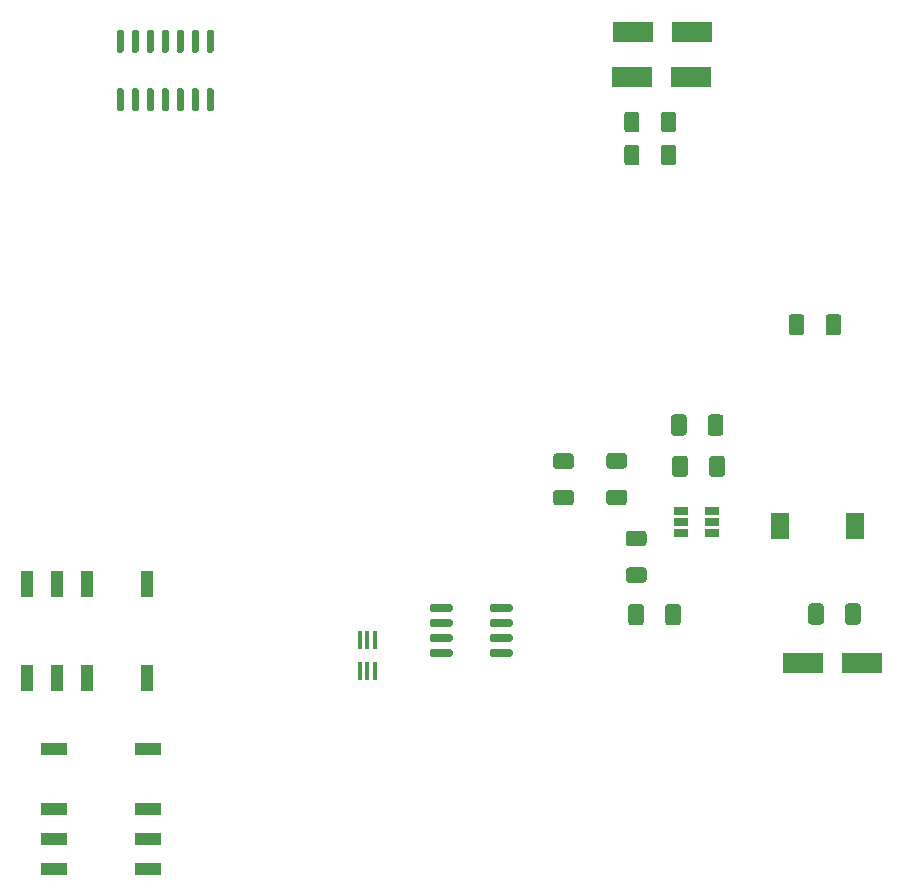
<source format=gtp>
%TF.GenerationSoftware,KiCad,Pcbnew,5.1.10-88a1d61d58~88~ubuntu18.04.1*%
%TF.CreationDate,2021-05-26T02:41:18+03:00*%
%TF.ProjectId,Micra Cruise Control Schemantics,4d696372-6120-4437-9275-69736520436f,rev?*%
%TF.SameCoordinates,Original*%
%TF.FileFunction,Paste,Top*%
%TF.FilePolarity,Positive*%
%FSLAX46Y46*%
G04 Gerber Fmt 4.6, Leading zero omitted, Abs format (unit mm)*
G04 Created by KiCad (PCBNEW 5.1.10-88a1d61d58~88~ubuntu18.04.1) date 2021-05-26 02:41:18*
%MOMM*%
%LPD*%
G01*
G04 APERTURE LIST*
%ADD10R,3.500000X1.800000*%
%ADD11R,2.200000X1.000000*%
%ADD12R,1.000000X2.200000*%
%ADD13R,0.400000X1.500000*%
%ADD14R,1.220000X0.650000*%
%ADD15R,1.500000X2.200000*%
G04 APERTURE END LIST*
D10*
%TO.C,D14*%
X119250000Y-99650000D03*
X124250000Y-99650000D03*
%TD*%
D11*
%TO.C,K2*%
X55850000Y-117060000D03*
X63850000Y-117060000D03*
X55850000Y-111980000D03*
X55850000Y-106900000D03*
X63850000Y-111980000D03*
X63850000Y-106900000D03*
X55850000Y-114520000D03*
X63850000Y-114520000D03*
%TD*%
D12*
%TO.C,K1*%
X53610000Y-92950000D03*
X53610000Y-100950000D03*
X58690000Y-92950000D03*
X63770000Y-92950000D03*
X58690000Y-100950000D03*
X63770000Y-100950000D03*
X56150000Y-92950000D03*
X56150000Y-100950000D03*
%TD*%
D13*
%TO.C,U4*%
X83050000Y-100350000D03*
X82400000Y-100350000D03*
X81750000Y-100350000D03*
X81750000Y-97690000D03*
X82400000Y-97690000D03*
X83050000Y-97690000D03*
%TD*%
%TO.C,U3*%
G36*
G01*
X89633500Y-98643500D02*
X89633500Y-98968500D01*
G75*
G02*
X89471000Y-99131000I-162500J0D01*
G01*
X87821000Y-99131000D01*
G75*
G02*
X87658500Y-98968500I0J162500D01*
G01*
X87658500Y-98643500D01*
G75*
G02*
X87821000Y-98481000I162500J0D01*
G01*
X89471000Y-98481000D01*
G75*
G02*
X89633500Y-98643500I0J-162500D01*
G01*
G37*
G36*
G01*
X89633500Y-97373500D02*
X89633500Y-97698500D01*
G75*
G02*
X89471000Y-97861000I-162500J0D01*
G01*
X87821000Y-97861000D01*
G75*
G02*
X87658500Y-97698500I0J162500D01*
G01*
X87658500Y-97373500D01*
G75*
G02*
X87821000Y-97211000I162500J0D01*
G01*
X89471000Y-97211000D01*
G75*
G02*
X89633500Y-97373500I0J-162500D01*
G01*
G37*
G36*
G01*
X89633500Y-96103500D02*
X89633500Y-96428500D01*
G75*
G02*
X89471000Y-96591000I-162500J0D01*
G01*
X87821000Y-96591000D01*
G75*
G02*
X87658500Y-96428500I0J162500D01*
G01*
X87658500Y-96103500D01*
G75*
G02*
X87821000Y-95941000I162500J0D01*
G01*
X89471000Y-95941000D01*
G75*
G02*
X89633500Y-96103500I0J-162500D01*
G01*
G37*
G36*
G01*
X89633500Y-94833500D02*
X89633500Y-95158500D01*
G75*
G02*
X89471000Y-95321000I-162500J0D01*
G01*
X87821000Y-95321000D01*
G75*
G02*
X87658500Y-95158500I0J162500D01*
G01*
X87658500Y-94833500D01*
G75*
G02*
X87821000Y-94671000I162500J0D01*
G01*
X89471000Y-94671000D01*
G75*
G02*
X89633500Y-94833500I0J-162500D01*
G01*
G37*
G36*
G01*
X94708500Y-94833500D02*
X94708500Y-95158500D01*
G75*
G02*
X94546000Y-95321000I-162500J0D01*
G01*
X92896000Y-95321000D01*
G75*
G02*
X92733500Y-95158500I0J162500D01*
G01*
X92733500Y-94833500D01*
G75*
G02*
X92896000Y-94671000I162500J0D01*
G01*
X94546000Y-94671000D01*
G75*
G02*
X94708500Y-94833500I0J-162500D01*
G01*
G37*
G36*
G01*
X94708500Y-96103500D02*
X94708500Y-96428500D01*
G75*
G02*
X94546000Y-96591000I-162500J0D01*
G01*
X92896000Y-96591000D01*
G75*
G02*
X92733500Y-96428500I0J162500D01*
G01*
X92733500Y-96103500D01*
G75*
G02*
X92896000Y-95941000I162500J0D01*
G01*
X94546000Y-95941000D01*
G75*
G02*
X94708500Y-96103500I0J-162500D01*
G01*
G37*
G36*
G01*
X94708500Y-97373500D02*
X94708500Y-97698500D01*
G75*
G02*
X94546000Y-97861000I-162500J0D01*
G01*
X92896000Y-97861000D01*
G75*
G02*
X92733500Y-97698500I0J162500D01*
G01*
X92733500Y-97373500D01*
G75*
G02*
X92896000Y-97211000I162500J0D01*
G01*
X94546000Y-97211000D01*
G75*
G02*
X94708500Y-97373500I0J-162500D01*
G01*
G37*
G36*
G01*
X94708500Y-98643500D02*
X94708500Y-98968500D01*
G75*
G02*
X94546000Y-99131000I-162500J0D01*
G01*
X92896000Y-99131000D01*
G75*
G02*
X92733500Y-98968500I0J162500D01*
G01*
X92733500Y-98643500D01*
G75*
G02*
X92896000Y-98481000I162500J0D01*
G01*
X94546000Y-98481000D01*
G75*
G02*
X94708500Y-98643500I0J-162500D01*
G01*
G37*
%TD*%
%TO.C,U2*%
G36*
G01*
X61618000Y-47965000D02*
X61318000Y-47965000D01*
G75*
G02*
X61168000Y-47815000I0J150000D01*
G01*
X61168000Y-46165000D01*
G75*
G02*
X61318000Y-46015000I150000J0D01*
G01*
X61618000Y-46015000D01*
G75*
G02*
X61768000Y-46165000I0J-150000D01*
G01*
X61768000Y-47815000D01*
G75*
G02*
X61618000Y-47965000I-150000J0D01*
G01*
G37*
G36*
G01*
X62888000Y-47965000D02*
X62588000Y-47965000D01*
G75*
G02*
X62438000Y-47815000I0J150000D01*
G01*
X62438000Y-46165000D01*
G75*
G02*
X62588000Y-46015000I150000J0D01*
G01*
X62888000Y-46015000D01*
G75*
G02*
X63038000Y-46165000I0J-150000D01*
G01*
X63038000Y-47815000D01*
G75*
G02*
X62888000Y-47965000I-150000J0D01*
G01*
G37*
G36*
G01*
X64158000Y-47965000D02*
X63858000Y-47965000D01*
G75*
G02*
X63708000Y-47815000I0J150000D01*
G01*
X63708000Y-46165000D01*
G75*
G02*
X63858000Y-46015000I150000J0D01*
G01*
X64158000Y-46015000D01*
G75*
G02*
X64308000Y-46165000I0J-150000D01*
G01*
X64308000Y-47815000D01*
G75*
G02*
X64158000Y-47965000I-150000J0D01*
G01*
G37*
G36*
G01*
X65428000Y-47965000D02*
X65128000Y-47965000D01*
G75*
G02*
X64978000Y-47815000I0J150000D01*
G01*
X64978000Y-46165000D01*
G75*
G02*
X65128000Y-46015000I150000J0D01*
G01*
X65428000Y-46015000D01*
G75*
G02*
X65578000Y-46165000I0J-150000D01*
G01*
X65578000Y-47815000D01*
G75*
G02*
X65428000Y-47965000I-150000J0D01*
G01*
G37*
G36*
G01*
X66698000Y-47965000D02*
X66398000Y-47965000D01*
G75*
G02*
X66248000Y-47815000I0J150000D01*
G01*
X66248000Y-46165000D01*
G75*
G02*
X66398000Y-46015000I150000J0D01*
G01*
X66698000Y-46015000D01*
G75*
G02*
X66848000Y-46165000I0J-150000D01*
G01*
X66848000Y-47815000D01*
G75*
G02*
X66698000Y-47965000I-150000J0D01*
G01*
G37*
G36*
G01*
X67968000Y-47965000D02*
X67668000Y-47965000D01*
G75*
G02*
X67518000Y-47815000I0J150000D01*
G01*
X67518000Y-46165000D01*
G75*
G02*
X67668000Y-46015000I150000J0D01*
G01*
X67968000Y-46015000D01*
G75*
G02*
X68118000Y-46165000I0J-150000D01*
G01*
X68118000Y-47815000D01*
G75*
G02*
X67968000Y-47965000I-150000J0D01*
G01*
G37*
G36*
G01*
X69238000Y-47965000D02*
X68938000Y-47965000D01*
G75*
G02*
X68788000Y-47815000I0J150000D01*
G01*
X68788000Y-46165000D01*
G75*
G02*
X68938000Y-46015000I150000J0D01*
G01*
X69238000Y-46015000D01*
G75*
G02*
X69388000Y-46165000I0J-150000D01*
G01*
X69388000Y-47815000D01*
G75*
G02*
X69238000Y-47965000I-150000J0D01*
G01*
G37*
G36*
G01*
X69238000Y-52915000D02*
X68938000Y-52915000D01*
G75*
G02*
X68788000Y-52765000I0J150000D01*
G01*
X68788000Y-51115000D01*
G75*
G02*
X68938000Y-50965000I150000J0D01*
G01*
X69238000Y-50965000D01*
G75*
G02*
X69388000Y-51115000I0J-150000D01*
G01*
X69388000Y-52765000D01*
G75*
G02*
X69238000Y-52915000I-150000J0D01*
G01*
G37*
G36*
G01*
X67968000Y-52915000D02*
X67668000Y-52915000D01*
G75*
G02*
X67518000Y-52765000I0J150000D01*
G01*
X67518000Y-51115000D01*
G75*
G02*
X67668000Y-50965000I150000J0D01*
G01*
X67968000Y-50965000D01*
G75*
G02*
X68118000Y-51115000I0J-150000D01*
G01*
X68118000Y-52765000D01*
G75*
G02*
X67968000Y-52915000I-150000J0D01*
G01*
G37*
G36*
G01*
X66698000Y-52915000D02*
X66398000Y-52915000D01*
G75*
G02*
X66248000Y-52765000I0J150000D01*
G01*
X66248000Y-51115000D01*
G75*
G02*
X66398000Y-50965000I150000J0D01*
G01*
X66698000Y-50965000D01*
G75*
G02*
X66848000Y-51115000I0J-150000D01*
G01*
X66848000Y-52765000D01*
G75*
G02*
X66698000Y-52915000I-150000J0D01*
G01*
G37*
G36*
G01*
X65428000Y-52915000D02*
X65128000Y-52915000D01*
G75*
G02*
X64978000Y-52765000I0J150000D01*
G01*
X64978000Y-51115000D01*
G75*
G02*
X65128000Y-50965000I150000J0D01*
G01*
X65428000Y-50965000D01*
G75*
G02*
X65578000Y-51115000I0J-150000D01*
G01*
X65578000Y-52765000D01*
G75*
G02*
X65428000Y-52915000I-150000J0D01*
G01*
G37*
G36*
G01*
X64158000Y-52915000D02*
X63858000Y-52915000D01*
G75*
G02*
X63708000Y-52765000I0J150000D01*
G01*
X63708000Y-51115000D01*
G75*
G02*
X63858000Y-50965000I150000J0D01*
G01*
X64158000Y-50965000D01*
G75*
G02*
X64308000Y-51115000I0J-150000D01*
G01*
X64308000Y-52765000D01*
G75*
G02*
X64158000Y-52915000I-150000J0D01*
G01*
G37*
G36*
G01*
X62888000Y-52915000D02*
X62588000Y-52915000D01*
G75*
G02*
X62438000Y-52765000I0J150000D01*
G01*
X62438000Y-51115000D01*
G75*
G02*
X62588000Y-50965000I150000J0D01*
G01*
X62888000Y-50965000D01*
G75*
G02*
X63038000Y-51115000I0J-150000D01*
G01*
X63038000Y-52765000D01*
G75*
G02*
X62888000Y-52915000I-150000J0D01*
G01*
G37*
G36*
G01*
X61618000Y-52915000D02*
X61318000Y-52915000D01*
G75*
G02*
X61168000Y-52765000I0J150000D01*
G01*
X61168000Y-51115000D01*
G75*
G02*
X61318000Y-50965000I150000J0D01*
G01*
X61618000Y-50965000D01*
G75*
G02*
X61768000Y-51115000I0J-150000D01*
G01*
X61768000Y-52765000D01*
G75*
G02*
X61618000Y-52915000I-150000J0D01*
G01*
G37*
%TD*%
D14*
%TO.C,U1*%
X108966000Y-88646000D03*
X108966000Y-87696000D03*
X108966000Y-86746000D03*
X111586000Y-86746000D03*
X111586000Y-87696000D03*
X111586000Y-88646000D03*
%TD*%
%TO.C,R27*%
G36*
G01*
X104530999Y-91552000D02*
X105781001Y-91552000D01*
G75*
G02*
X106031000Y-91801999I0J-249999D01*
G01*
X106031000Y-92602001D01*
G75*
G02*
X105781001Y-92852000I-249999J0D01*
G01*
X104530999Y-92852000D01*
G75*
G02*
X104281000Y-92602001I0J249999D01*
G01*
X104281000Y-91801999D01*
G75*
G02*
X104530999Y-91552000I249999J0D01*
G01*
G37*
G36*
G01*
X104530999Y-88452000D02*
X105781001Y-88452000D01*
G75*
G02*
X106031000Y-88701999I0J-249999D01*
G01*
X106031000Y-89502001D01*
G75*
G02*
X105781001Y-89752000I-249999J0D01*
G01*
X104530999Y-89752000D01*
G75*
G02*
X104281000Y-89502001I0J249999D01*
G01*
X104281000Y-88701999D01*
G75*
G02*
X104530999Y-88452000I249999J0D01*
G01*
G37*
%TD*%
%TO.C,R16*%
G36*
G01*
X105430000Y-53218999D02*
X105430000Y-54469001D01*
G75*
G02*
X105180001Y-54719000I-249999J0D01*
G01*
X104379999Y-54719000D01*
G75*
G02*
X104130000Y-54469001I0J249999D01*
G01*
X104130000Y-53218999D01*
G75*
G02*
X104379999Y-52969000I249999J0D01*
G01*
X105180001Y-52969000D01*
G75*
G02*
X105430000Y-53218999I0J-249999D01*
G01*
G37*
G36*
G01*
X108530000Y-53218999D02*
X108530000Y-54469001D01*
G75*
G02*
X108280001Y-54719000I-249999J0D01*
G01*
X107479999Y-54719000D01*
G75*
G02*
X107230000Y-54469001I0J249999D01*
G01*
X107230000Y-53218999D01*
G75*
G02*
X107479999Y-52969000I249999J0D01*
G01*
X108280001Y-52969000D01*
G75*
G02*
X108530000Y-53218999I0J-249999D01*
G01*
G37*
%TD*%
%TO.C,R15*%
G36*
G01*
X107230000Y-57263001D02*
X107230000Y-56012999D01*
G75*
G02*
X107479999Y-55763000I249999J0D01*
G01*
X108280001Y-55763000D01*
G75*
G02*
X108530000Y-56012999I0J-249999D01*
G01*
X108530000Y-57263001D01*
G75*
G02*
X108280001Y-57513000I-249999J0D01*
G01*
X107479999Y-57513000D01*
G75*
G02*
X107230000Y-57263001I0J249999D01*
G01*
G37*
G36*
G01*
X104130000Y-57263001D02*
X104130000Y-56012999D01*
G75*
G02*
X104379999Y-55763000I249999J0D01*
G01*
X105180001Y-55763000D01*
G75*
G02*
X105430000Y-56012999I0J-249999D01*
G01*
X105430000Y-57263001D01*
G75*
G02*
X105180001Y-57513000I-249999J0D01*
G01*
X104379999Y-57513000D01*
G75*
G02*
X104130000Y-57263001I0J249999D01*
G01*
G37*
%TD*%
%TO.C,R2*%
G36*
G01*
X99625001Y-83200000D02*
X98374999Y-83200000D01*
G75*
G02*
X98125000Y-82950001I0J249999D01*
G01*
X98125000Y-82149999D01*
G75*
G02*
X98374999Y-81900000I249999J0D01*
G01*
X99625001Y-81900000D01*
G75*
G02*
X99875000Y-82149999I0J-249999D01*
G01*
X99875000Y-82950001D01*
G75*
G02*
X99625001Y-83200000I-249999J0D01*
G01*
G37*
G36*
G01*
X99625001Y-86300000D02*
X98374999Y-86300000D01*
G75*
G02*
X98125000Y-86050001I0J249999D01*
G01*
X98125000Y-85249999D01*
G75*
G02*
X98374999Y-85000000I249999J0D01*
G01*
X99625001Y-85000000D01*
G75*
G02*
X99875000Y-85249999I0J-249999D01*
G01*
X99875000Y-86050001D01*
G75*
G02*
X99625001Y-86300000I-249999J0D01*
G01*
G37*
%TD*%
%TO.C,R1*%
G36*
G01*
X102874999Y-84974000D02*
X104125001Y-84974000D01*
G75*
G02*
X104375000Y-85223999I0J-249999D01*
G01*
X104375000Y-86024001D01*
G75*
G02*
X104125001Y-86274000I-249999J0D01*
G01*
X102874999Y-86274000D01*
G75*
G02*
X102625000Y-86024001I0J249999D01*
G01*
X102625000Y-85223999D01*
G75*
G02*
X102874999Y-84974000I249999J0D01*
G01*
G37*
G36*
G01*
X102874999Y-81874000D02*
X104125001Y-81874000D01*
G75*
G02*
X104375000Y-82123999I0J-249999D01*
G01*
X104375000Y-82924001D01*
G75*
G02*
X104125001Y-83174000I-249999J0D01*
G01*
X102874999Y-83174000D01*
G75*
G02*
X102625000Y-82924001I0J249999D01*
G01*
X102625000Y-82123999D01*
G75*
G02*
X102874999Y-81874000I249999J0D01*
G01*
G37*
%TD*%
D15*
%TO.C,L1*%
X123700000Y-88000000D03*
X117300000Y-88000000D03*
%TD*%
%TO.C,F1*%
G36*
G01*
X119387500Y-70349997D02*
X119387500Y-71650003D01*
G75*
G02*
X119137503Y-71900000I-249997J0D01*
G01*
X118312497Y-71900000D01*
G75*
G02*
X118062500Y-71650003I0J249997D01*
G01*
X118062500Y-70349997D01*
G75*
G02*
X118312497Y-70100000I249997J0D01*
G01*
X119137503Y-70100000D01*
G75*
G02*
X119387500Y-70349997I0J-249997D01*
G01*
G37*
G36*
G01*
X122512500Y-70349997D02*
X122512500Y-71650003D01*
G75*
G02*
X122262503Y-71900000I-249997J0D01*
G01*
X121437497Y-71900000D01*
G75*
G02*
X121187500Y-71650003I0J249997D01*
G01*
X121187500Y-70349997D01*
G75*
G02*
X121437497Y-70100000I249997J0D01*
G01*
X122262503Y-70100000D01*
G75*
G02*
X122512500Y-70349997I0J-249997D01*
G01*
G37*
%TD*%
D10*
%TO.C,D8*%
X109860000Y-46224000D03*
X104860000Y-46224000D03*
%TD*%
%TO.C,D7*%
X109780000Y-50034000D03*
X104780000Y-50034000D03*
%TD*%
%TO.C,C4*%
G36*
G01*
X122837500Y-96150003D02*
X122837500Y-94849997D01*
G75*
G02*
X123087497Y-94600000I249997J0D01*
G01*
X123912503Y-94600000D01*
G75*
G02*
X124162500Y-94849997I0J-249997D01*
G01*
X124162500Y-96150003D01*
G75*
G02*
X123912503Y-96400000I-249997J0D01*
G01*
X123087497Y-96400000D01*
G75*
G02*
X122837500Y-96150003I0J249997D01*
G01*
G37*
G36*
G01*
X119712500Y-96150003D02*
X119712500Y-94849997D01*
G75*
G02*
X119962497Y-94600000I249997J0D01*
G01*
X120787503Y-94600000D01*
G75*
G02*
X121037500Y-94849997I0J-249997D01*
G01*
X121037500Y-96150003D01*
G75*
G02*
X120787503Y-96400000I-249997J0D01*
G01*
X119962497Y-96400000D01*
G75*
G02*
X119712500Y-96150003I0J249997D01*
G01*
G37*
%TD*%
%TO.C,C3*%
G36*
G01*
X105800000Y-94899997D02*
X105800000Y-96200003D01*
G75*
G02*
X105550003Y-96450000I-249997J0D01*
G01*
X104724997Y-96450000D01*
G75*
G02*
X104475000Y-96200003I0J249997D01*
G01*
X104475000Y-94899997D01*
G75*
G02*
X104724997Y-94650000I249997J0D01*
G01*
X105550003Y-94650000D01*
G75*
G02*
X105800000Y-94899997I0J-249997D01*
G01*
G37*
G36*
G01*
X108925000Y-94899997D02*
X108925000Y-96200003D01*
G75*
G02*
X108675003Y-96450000I-249997J0D01*
G01*
X107849997Y-96450000D01*
G75*
G02*
X107600000Y-96200003I0J249997D01*
G01*
X107600000Y-94899997D01*
G75*
G02*
X107849997Y-94650000I249997J0D01*
G01*
X108675003Y-94650000D01*
G75*
G02*
X108925000Y-94899997I0J-249997D01*
G01*
G37*
%TD*%
%TO.C,C2*%
G36*
G01*
X109537500Y-82349997D02*
X109537500Y-83650003D01*
G75*
G02*
X109287503Y-83900000I-249997J0D01*
G01*
X108462497Y-83900000D01*
G75*
G02*
X108212500Y-83650003I0J249997D01*
G01*
X108212500Y-82349997D01*
G75*
G02*
X108462497Y-82100000I249997J0D01*
G01*
X109287503Y-82100000D01*
G75*
G02*
X109537500Y-82349997I0J-249997D01*
G01*
G37*
G36*
G01*
X112662500Y-82349997D02*
X112662500Y-83650003D01*
G75*
G02*
X112412503Y-83900000I-249997J0D01*
G01*
X111587497Y-83900000D01*
G75*
G02*
X111337500Y-83650003I0J249997D01*
G01*
X111337500Y-82349997D01*
G75*
G02*
X111587497Y-82100000I249997J0D01*
G01*
X112412503Y-82100000D01*
G75*
G02*
X112662500Y-82349997I0J-249997D01*
G01*
G37*
%TD*%
%TO.C,C1*%
G36*
G01*
X109412500Y-78849997D02*
X109412500Y-80150003D01*
G75*
G02*
X109162503Y-80400000I-249997J0D01*
G01*
X108337497Y-80400000D01*
G75*
G02*
X108087500Y-80150003I0J249997D01*
G01*
X108087500Y-78849997D01*
G75*
G02*
X108337497Y-78600000I249997J0D01*
G01*
X109162503Y-78600000D01*
G75*
G02*
X109412500Y-78849997I0J-249997D01*
G01*
G37*
G36*
G01*
X112537500Y-78849997D02*
X112537500Y-80150003D01*
G75*
G02*
X112287503Y-80400000I-249997J0D01*
G01*
X111462497Y-80400000D01*
G75*
G02*
X111212500Y-80150003I0J249997D01*
G01*
X111212500Y-78849997D01*
G75*
G02*
X111462497Y-78600000I249997J0D01*
G01*
X112287503Y-78600000D01*
G75*
G02*
X112537500Y-78849997I0J-249997D01*
G01*
G37*
%TD*%
M02*

</source>
